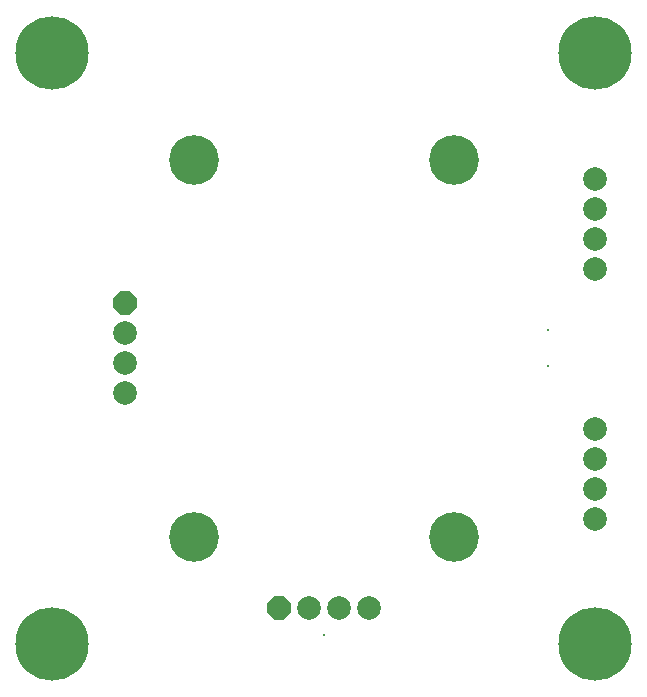
<source format=gbs>
G04 Layer_Color=16711935*
%FSLAX44Y44*%
%MOMM*%
G71*
G01*
G75*
%ADD27C,6.2032*%
%ADD28C,2.0032*%
%ADD29P,2.1683X8X22.5*%
G04:AMPARAMS|DCode=30|XSize=0.2032mm|YSize=0.2032mm|CornerRadius=0mm|HoleSize=0mm|Usage=FLASHONLY|Rotation=0.000|XOffset=0mm|YOffset=0mm|HoleType=Round|Shape=RoundedRectangle|*
%AMROUNDEDRECTD30*
21,1,0.2032,0.2032,0,0,0.0*
21,1,0.2032,0.2032,0,0,0.0*
1,1,0.0000,0.1016,-0.1016*
1,1,0.0000,-0.1016,-0.1016*
1,1,0.0000,-0.1016,0.1016*
1,1,0.0000,0.1016,0.1016*
%
%ADD30ROUNDEDRECTD30*%
%ADD31P,2.1683X8X292.5*%
%ADD32C,0.2032*%
%ADD33C,4.2032*%
D27*
X505000Y50000D02*
D03*
X45000D02*
D03*
Y550000D02*
D03*
X505000D02*
D03*
D28*
X313100Y80000D02*
D03*
X287700D02*
D03*
X262300D02*
D03*
X107000Y312700D02*
D03*
Y287300D02*
D03*
Y261900D02*
D03*
X504500Y232150D02*
D03*
Y155950D02*
D03*
Y181350D02*
D03*
Y206750D02*
D03*
X505000Y443100D02*
D03*
Y366900D02*
D03*
Y392300D02*
D03*
Y417700D02*
D03*
D29*
X236900Y80000D02*
D03*
D30*
X275000Y57200D02*
D03*
D31*
X107000Y338100D02*
D03*
D32*
X465000Y315240D02*
D03*
Y285240D02*
D03*
D33*
X385000Y460000D02*
D03*
Y140000D02*
D03*
X165000D02*
D03*
Y460000D02*
D03*
M02*

</source>
